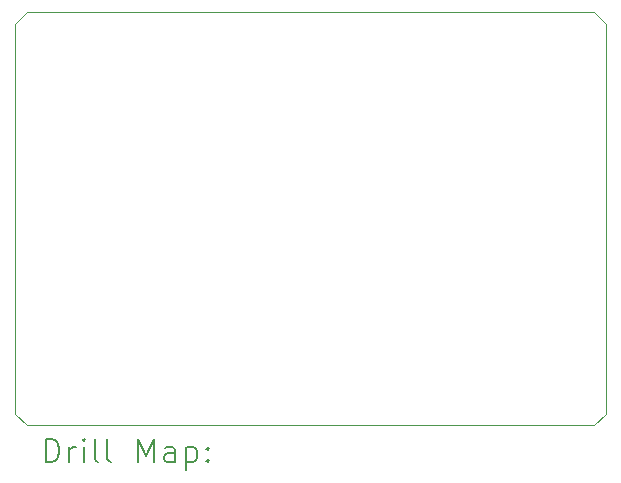
<source format=gbr>
%TF.GenerationSoftware,KiCad,Pcbnew,8.0.0*%
%TF.CreationDate,2024-09-29T18:30:28+09:00*%
%TF.ProjectId,tiny402_sounds_player_V2_0807_,74696e79-3430-4325-9f73-6f756e64735f,rev?*%
%TF.SameCoordinates,Original*%
%TF.FileFunction,Drillmap*%
%TF.FilePolarity,Positive*%
%FSLAX45Y45*%
G04 Gerber Fmt 4.5, Leading zero omitted, Abs format (unit mm)*
G04 Created by KiCad (PCBNEW 8.0.0) date 2024-09-29 18:30:28*
%MOMM*%
%LPD*%
G01*
G04 APERTURE LIST*
%ADD10C,0.050000*%
%ADD11C,0.200000*%
G04 APERTURE END LIST*
D10*
X10100000Y-10000000D02*
X14900000Y-10000000D01*
X15000000Y-9900000D02*
X15000000Y-6600000D01*
X14900000Y-10000000D02*
X15000000Y-9900000D01*
X10000000Y-9900000D02*
X10000000Y-6600000D01*
X15000000Y-6600000D02*
X14900000Y-6500000D01*
X10100000Y-6500000D02*
X14900000Y-6500000D01*
X10100000Y-10000000D02*
X10000000Y-9900000D01*
X10000000Y-6600000D02*
X10100000Y-6500000D01*
D11*
X10258277Y-10313984D02*
X10258277Y-10113984D01*
X10258277Y-10113984D02*
X10305896Y-10113984D01*
X10305896Y-10113984D02*
X10334467Y-10123508D01*
X10334467Y-10123508D02*
X10353515Y-10142555D01*
X10353515Y-10142555D02*
X10363039Y-10161603D01*
X10363039Y-10161603D02*
X10372563Y-10199698D01*
X10372563Y-10199698D02*
X10372563Y-10228270D01*
X10372563Y-10228270D02*
X10363039Y-10266365D01*
X10363039Y-10266365D02*
X10353515Y-10285412D01*
X10353515Y-10285412D02*
X10334467Y-10304460D01*
X10334467Y-10304460D02*
X10305896Y-10313984D01*
X10305896Y-10313984D02*
X10258277Y-10313984D01*
X10458277Y-10313984D02*
X10458277Y-10180650D01*
X10458277Y-10218746D02*
X10467801Y-10199698D01*
X10467801Y-10199698D02*
X10477324Y-10190174D01*
X10477324Y-10190174D02*
X10496372Y-10180650D01*
X10496372Y-10180650D02*
X10515420Y-10180650D01*
X10582086Y-10313984D02*
X10582086Y-10180650D01*
X10582086Y-10113984D02*
X10572563Y-10123508D01*
X10572563Y-10123508D02*
X10582086Y-10133031D01*
X10582086Y-10133031D02*
X10591610Y-10123508D01*
X10591610Y-10123508D02*
X10582086Y-10113984D01*
X10582086Y-10113984D02*
X10582086Y-10133031D01*
X10705896Y-10313984D02*
X10686848Y-10304460D01*
X10686848Y-10304460D02*
X10677324Y-10285412D01*
X10677324Y-10285412D02*
X10677324Y-10113984D01*
X10810658Y-10313984D02*
X10791610Y-10304460D01*
X10791610Y-10304460D02*
X10782086Y-10285412D01*
X10782086Y-10285412D02*
X10782086Y-10113984D01*
X11039229Y-10313984D02*
X11039229Y-10113984D01*
X11039229Y-10113984D02*
X11105896Y-10256841D01*
X11105896Y-10256841D02*
X11172563Y-10113984D01*
X11172563Y-10113984D02*
X11172563Y-10313984D01*
X11353515Y-10313984D02*
X11353515Y-10209222D01*
X11353515Y-10209222D02*
X11343991Y-10190174D01*
X11343991Y-10190174D02*
X11324943Y-10180650D01*
X11324943Y-10180650D02*
X11286848Y-10180650D01*
X11286848Y-10180650D02*
X11267801Y-10190174D01*
X11353515Y-10304460D02*
X11334467Y-10313984D01*
X11334467Y-10313984D02*
X11286848Y-10313984D01*
X11286848Y-10313984D02*
X11267801Y-10304460D01*
X11267801Y-10304460D02*
X11258277Y-10285412D01*
X11258277Y-10285412D02*
X11258277Y-10266365D01*
X11258277Y-10266365D02*
X11267801Y-10247317D01*
X11267801Y-10247317D02*
X11286848Y-10237793D01*
X11286848Y-10237793D02*
X11334467Y-10237793D01*
X11334467Y-10237793D02*
X11353515Y-10228270D01*
X11448753Y-10180650D02*
X11448753Y-10380650D01*
X11448753Y-10190174D02*
X11467801Y-10180650D01*
X11467801Y-10180650D02*
X11505896Y-10180650D01*
X11505896Y-10180650D02*
X11524943Y-10190174D01*
X11524943Y-10190174D02*
X11534467Y-10199698D01*
X11534467Y-10199698D02*
X11543991Y-10218746D01*
X11543991Y-10218746D02*
X11543991Y-10275889D01*
X11543991Y-10275889D02*
X11534467Y-10294936D01*
X11534467Y-10294936D02*
X11524943Y-10304460D01*
X11524943Y-10304460D02*
X11505896Y-10313984D01*
X11505896Y-10313984D02*
X11467801Y-10313984D01*
X11467801Y-10313984D02*
X11448753Y-10304460D01*
X11629705Y-10294936D02*
X11639229Y-10304460D01*
X11639229Y-10304460D02*
X11629705Y-10313984D01*
X11629705Y-10313984D02*
X11620182Y-10304460D01*
X11620182Y-10304460D02*
X11629705Y-10294936D01*
X11629705Y-10294936D02*
X11629705Y-10313984D01*
X11629705Y-10190174D02*
X11639229Y-10199698D01*
X11639229Y-10199698D02*
X11629705Y-10209222D01*
X11629705Y-10209222D02*
X11620182Y-10199698D01*
X11620182Y-10199698D02*
X11629705Y-10190174D01*
X11629705Y-10190174D02*
X11629705Y-10209222D01*
M02*

</source>
